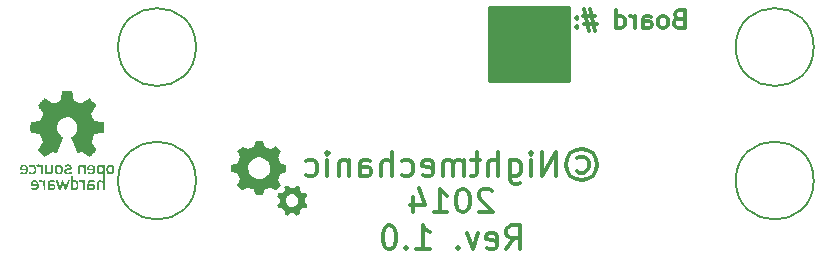
<source format=gbo>
%FSLAX34Y34*%
G04 Gerber Fmt 3.4, Leading zero omitted, Abs format*
G04 (created by PCBNEW (2014-01-19 BZR 4624)-product) date 5/23/2014 12:26:44 AM*
%MOIN*%
G01*
G70*
G90*
G04 APERTURE LIST*
%ADD10C,0.005906*%
%ADD11C,0.011811*%
%ADD12C,0.007874*%
%ADD13C,0.000100*%
%ADD14C,0.010000*%
G04 APERTURE END LIST*
G54D10*
G54D11*
X28217Y-6532D02*
X28132Y-6560D01*
X28104Y-6588D01*
X28076Y-6645D01*
X28076Y-6729D01*
X28104Y-6785D01*
X28132Y-6813D01*
X28188Y-6841D01*
X28413Y-6841D01*
X28413Y-6251D01*
X28217Y-6251D01*
X28160Y-6279D01*
X28132Y-6307D01*
X28104Y-6363D01*
X28104Y-6420D01*
X28132Y-6476D01*
X28160Y-6504D01*
X28217Y-6532D01*
X28413Y-6532D01*
X27739Y-6841D02*
X27795Y-6813D01*
X27823Y-6785D01*
X27851Y-6729D01*
X27851Y-6560D01*
X27823Y-6504D01*
X27795Y-6476D01*
X27739Y-6448D01*
X27654Y-6448D01*
X27598Y-6476D01*
X27570Y-6504D01*
X27542Y-6560D01*
X27542Y-6729D01*
X27570Y-6785D01*
X27598Y-6813D01*
X27654Y-6841D01*
X27739Y-6841D01*
X27035Y-6841D02*
X27035Y-6532D01*
X27064Y-6476D01*
X27120Y-6448D01*
X27232Y-6448D01*
X27289Y-6476D01*
X27035Y-6813D02*
X27092Y-6841D01*
X27232Y-6841D01*
X27289Y-6813D01*
X27317Y-6757D01*
X27317Y-6701D01*
X27289Y-6645D01*
X27232Y-6616D01*
X27092Y-6616D01*
X27035Y-6588D01*
X26754Y-6841D02*
X26754Y-6448D01*
X26754Y-6560D02*
X26726Y-6504D01*
X26698Y-6476D01*
X26642Y-6448D01*
X26586Y-6448D01*
X26136Y-6841D02*
X26136Y-6251D01*
X26136Y-6813D02*
X26192Y-6841D01*
X26304Y-6841D01*
X26361Y-6813D01*
X26389Y-6785D01*
X26417Y-6729D01*
X26417Y-6560D01*
X26389Y-6504D01*
X26361Y-6476D01*
X26304Y-6448D01*
X26192Y-6448D01*
X26136Y-6476D01*
X25433Y-6448D02*
X25011Y-6448D01*
X25264Y-6195D02*
X25433Y-6954D01*
X25067Y-6701D02*
X25489Y-6701D01*
X25236Y-6954D02*
X25067Y-6195D01*
X24814Y-6785D02*
X24786Y-6813D01*
X24814Y-6841D01*
X24842Y-6813D01*
X24814Y-6785D01*
X24814Y-6841D01*
X24814Y-6476D02*
X24786Y-6504D01*
X24814Y-6532D01*
X24842Y-6504D01*
X24814Y-6476D01*
X24814Y-6532D01*
X24830Y-11173D02*
X24905Y-11136D01*
X25055Y-11136D01*
X25130Y-11173D01*
X25205Y-11248D01*
X25242Y-11323D01*
X25242Y-11473D01*
X25205Y-11548D01*
X25130Y-11623D01*
X25055Y-11661D01*
X24905Y-11661D01*
X24830Y-11623D01*
X24980Y-10873D02*
X25167Y-10911D01*
X25355Y-11023D01*
X25467Y-11211D01*
X25505Y-11398D01*
X25467Y-11586D01*
X25355Y-11773D01*
X25167Y-11886D01*
X24980Y-11923D01*
X24792Y-11886D01*
X24605Y-11773D01*
X24492Y-11586D01*
X24455Y-11398D01*
X24492Y-11211D01*
X24605Y-11023D01*
X24792Y-10911D01*
X24980Y-10873D01*
X24117Y-11773D02*
X24117Y-10986D01*
X23667Y-11773D01*
X23667Y-10986D01*
X23293Y-11773D02*
X23293Y-11248D01*
X23293Y-10986D02*
X23330Y-11023D01*
X23293Y-11061D01*
X23255Y-11023D01*
X23293Y-10986D01*
X23293Y-11061D01*
X22580Y-11248D02*
X22580Y-11886D01*
X22618Y-11961D01*
X22655Y-11998D01*
X22730Y-12035D01*
X22843Y-12035D01*
X22918Y-11998D01*
X22580Y-11736D02*
X22655Y-11773D01*
X22805Y-11773D01*
X22880Y-11736D01*
X22918Y-11698D01*
X22955Y-11623D01*
X22955Y-11398D01*
X22918Y-11323D01*
X22880Y-11286D01*
X22805Y-11248D01*
X22655Y-11248D01*
X22580Y-11286D01*
X22205Y-11773D02*
X22205Y-10986D01*
X21868Y-11773D02*
X21868Y-11361D01*
X21905Y-11286D01*
X21980Y-11248D01*
X22093Y-11248D01*
X22168Y-11286D01*
X22205Y-11323D01*
X21605Y-11248D02*
X21305Y-11248D01*
X21493Y-10986D02*
X21493Y-11661D01*
X21455Y-11736D01*
X21380Y-11773D01*
X21305Y-11773D01*
X21043Y-11773D02*
X21043Y-11248D01*
X21043Y-11323D02*
X21005Y-11286D01*
X20930Y-11248D01*
X20818Y-11248D01*
X20743Y-11286D01*
X20705Y-11361D01*
X20705Y-11773D01*
X20705Y-11361D02*
X20668Y-11286D01*
X20593Y-11248D01*
X20480Y-11248D01*
X20405Y-11286D01*
X20368Y-11361D01*
X20368Y-11773D01*
X19693Y-11736D02*
X19768Y-11773D01*
X19918Y-11773D01*
X19993Y-11736D01*
X20030Y-11661D01*
X20030Y-11361D01*
X19993Y-11286D01*
X19918Y-11248D01*
X19768Y-11248D01*
X19693Y-11286D01*
X19655Y-11361D01*
X19655Y-11436D01*
X20030Y-11511D01*
X18981Y-11736D02*
X19056Y-11773D01*
X19206Y-11773D01*
X19281Y-11736D01*
X19318Y-11698D01*
X19356Y-11623D01*
X19356Y-11398D01*
X19318Y-11323D01*
X19281Y-11286D01*
X19206Y-11248D01*
X19056Y-11248D01*
X18981Y-11286D01*
X18643Y-11773D02*
X18643Y-10986D01*
X18306Y-11773D02*
X18306Y-11361D01*
X18343Y-11286D01*
X18418Y-11248D01*
X18531Y-11248D01*
X18606Y-11286D01*
X18643Y-11323D01*
X17593Y-11773D02*
X17593Y-11361D01*
X17631Y-11286D01*
X17706Y-11248D01*
X17856Y-11248D01*
X17931Y-11286D01*
X17593Y-11736D02*
X17668Y-11773D01*
X17856Y-11773D01*
X17931Y-11736D01*
X17968Y-11661D01*
X17968Y-11586D01*
X17931Y-11511D01*
X17856Y-11473D01*
X17668Y-11473D01*
X17593Y-11436D01*
X17218Y-11248D02*
X17218Y-11773D01*
X17218Y-11323D02*
X17181Y-11286D01*
X17106Y-11248D01*
X16993Y-11248D01*
X16918Y-11286D01*
X16881Y-11361D01*
X16881Y-11773D01*
X16506Y-11773D02*
X16506Y-11248D01*
X16506Y-10986D02*
X16543Y-11023D01*
X16506Y-11061D01*
X16468Y-11023D01*
X16506Y-10986D01*
X16506Y-11061D01*
X15793Y-11736D02*
X15868Y-11773D01*
X16018Y-11773D01*
X16093Y-11736D01*
X16131Y-11698D01*
X16168Y-11623D01*
X16168Y-11398D01*
X16131Y-11323D01*
X16093Y-11286D01*
X16018Y-11248D01*
X15868Y-11248D01*
X15793Y-11286D01*
X21999Y-12281D02*
X21961Y-12244D01*
X21886Y-12206D01*
X21699Y-12206D01*
X21624Y-12244D01*
X21586Y-12281D01*
X21549Y-12356D01*
X21549Y-12431D01*
X21586Y-12544D01*
X22036Y-12994D01*
X21549Y-12994D01*
X21062Y-12206D02*
X20987Y-12206D01*
X20912Y-12244D01*
X20874Y-12281D01*
X20837Y-12356D01*
X20799Y-12506D01*
X20799Y-12694D01*
X20837Y-12844D01*
X20874Y-12919D01*
X20912Y-12956D01*
X20987Y-12994D01*
X21062Y-12994D01*
X21137Y-12956D01*
X21174Y-12919D01*
X21212Y-12844D01*
X21249Y-12694D01*
X21249Y-12506D01*
X21212Y-12356D01*
X21174Y-12281D01*
X21137Y-12244D01*
X21062Y-12206D01*
X20049Y-12994D02*
X20499Y-12994D01*
X20274Y-12994D02*
X20274Y-12206D01*
X20349Y-12319D01*
X20424Y-12394D01*
X20499Y-12431D01*
X19374Y-12469D02*
X19374Y-12994D01*
X19562Y-12169D02*
X19749Y-12731D01*
X19262Y-12731D01*
X22468Y-14214D02*
X22730Y-13839D01*
X22918Y-14214D02*
X22918Y-13427D01*
X22618Y-13427D01*
X22543Y-13464D01*
X22505Y-13502D01*
X22468Y-13577D01*
X22468Y-13689D01*
X22505Y-13764D01*
X22543Y-13802D01*
X22618Y-13839D01*
X22918Y-13839D01*
X21830Y-14176D02*
X21905Y-14214D01*
X22055Y-14214D01*
X22130Y-14176D01*
X22168Y-14101D01*
X22168Y-13802D01*
X22130Y-13727D01*
X22055Y-13689D01*
X21905Y-13689D01*
X21830Y-13727D01*
X21793Y-13802D01*
X21793Y-13877D01*
X22168Y-13952D01*
X21530Y-13689D02*
X21343Y-14214D01*
X21155Y-13689D01*
X20855Y-14139D02*
X20818Y-14176D01*
X20855Y-14214D01*
X20893Y-14176D01*
X20855Y-14139D01*
X20855Y-14214D01*
X19468Y-14214D02*
X19918Y-14214D01*
X19693Y-14214D02*
X19693Y-13427D01*
X19768Y-13539D01*
X19843Y-13614D01*
X19918Y-13652D01*
X19131Y-14139D02*
X19093Y-14176D01*
X19131Y-14214D01*
X19168Y-14176D01*
X19131Y-14139D01*
X19131Y-14214D01*
X18606Y-13427D02*
X18531Y-13427D01*
X18456Y-13464D01*
X18418Y-13502D01*
X18381Y-13577D01*
X18343Y-13727D01*
X18343Y-13914D01*
X18381Y-14064D01*
X18418Y-14139D01*
X18456Y-14176D01*
X18531Y-14214D01*
X18606Y-14214D01*
X18681Y-14176D01*
X18718Y-14139D01*
X18756Y-14064D01*
X18793Y-13914D01*
X18793Y-13727D01*
X18756Y-13577D01*
X18718Y-13502D01*
X18681Y-13464D01*
X18606Y-13427D01*
G54D12*
X12125Y-11929D02*
G75*
G03X12125Y-11929I-1299J0D01*
G74*
G01*
X12125Y-7480D02*
G75*
G03X12125Y-7480I-1299J0D01*
G74*
G01*
X32716Y-7480D02*
G75*
G03X32716Y-7480I-1299J0D01*
G74*
G01*
X32716Y-11929D02*
G75*
G03X32716Y-11929I-1299J0D01*
G74*
G01*
G54D13*
G36*
X8509Y-12241D02*
X8540Y-12241D01*
X8571Y-12241D01*
X8571Y-12227D01*
X8571Y-12122D01*
X8571Y-12101D01*
X8617Y-12101D01*
X8646Y-12102D01*
X8667Y-12104D01*
X8682Y-12107D01*
X8693Y-12112D01*
X8701Y-12120D01*
X8704Y-12126D01*
X8709Y-12137D01*
X8709Y-12145D01*
X8706Y-12155D01*
X8706Y-12156D01*
X8695Y-12171D01*
X8686Y-12177D01*
X8673Y-12180D01*
X8656Y-12182D01*
X8637Y-12183D01*
X8618Y-12182D01*
X8603Y-12181D01*
X8595Y-12178D01*
X8584Y-12168D01*
X8576Y-12152D01*
X8571Y-12132D01*
X8571Y-12122D01*
X8571Y-12227D01*
X8571Y-12217D01*
X8572Y-12212D01*
X8572Y-12212D01*
X8576Y-12215D01*
X8583Y-12221D01*
X8587Y-12224D01*
X8599Y-12233D01*
X8615Y-12239D01*
X8626Y-12241D01*
X8641Y-12243D01*
X8652Y-12245D01*
X8662Y-12244D01*
X8674Y-12243D01*
X8683Y-12241D01*
X8710Y-12233D01*
X8734Y-12220D01*
X8748Y-12206D01*
X8761Y-12184D01*
X8768Y-12159D01*
X8768Y-12133D01*
X8762Y-12109D01*
X8750Y-12087D01*
X8732Y-12069D01*
X8725Y-12065D01*
X8717Y-12060D01*
X8710Y-12057D01*
X8701Y-12055D01*
X8690Y-12053D01*
X8675Y-12052D01*
X8653Y-12051D01*
X8639Y-12051D01*
X8573Y-12049D01*
X8571Y-12029D01*
X8572Y-12008D01*
X8577Y-11993D01*
X8588Y-11982D01*
X8604Y-11976D01*
X8627Y-11973D01*
X8640Y-11972D01*
X8658Y-11973D01*
X8670Y-11974D01*
X8680Y-11978D01*
X8688Y-11983D01*
X8696Y-11988D01*
X8703Y-11990D01*
X8709Y-11989D01*
X8718Y-11984D01*
X8730Y-11974D01*
X8734Y-11971D01*
X8754Y-11956D01*
X8740Y-11943D01*
X8726Y-11931D01*
X8712Y-11923D01*
X8694Y-11918D01*
X8679Y-11914D01*
X8648Y-11911D01*
X8617Y-11912D01*
X8588Y-11917D01*
X8562Y-11926D01*
X8541Y-11939D01*
X8532Y-11948D01*
X8526Y-11956D01*
X8521Y-11963D01*
X8517Y-11972D01*
X8514Y-11982D01*
X8512Y-11996D01*
X8510Y-12013D01*
X8509Y-12035D01*
X8509Y-12063D01*
X8509Y-12098D01*
X8509Y-12119D01*
X8509Y-12241D01*
X8509Y-12241D01*
X8509Y-12241D01*
G37*
G36*
X7950Y-12241D02*
X7981Y-12241D01*
X8012Y-12241D01*
X8012Y-12225D01*
X8013Y-12213D01*
X8016Y-12209D01*
X8016Y-12080D01*
X8016Y-12052D01*
X8018Y-12031D01*
X8022Y-12015D01*
X8027Y-12002D01*
X8036Y-11992D01*
X8039Y-11989D01*
X8056Y-11980D01*
X8076Y-11975D01*
X8097Y-11977D01*
X8117Y-11984D01*
X8128Y-11993D01*
X8136Y-12005D01*
X8141Y-12022D01*
X8144Y-12045D01*
X8145Y-12074D01*
X8145Y-12077D01*
X8144Y-12098D01*
X8143Y-12117D01*
X8142Y-12132D01*
X8140Y-12140D01*
X8132Y-12155D01*
X8120Y-12168D01*
X8109Y-12175D01*
X8094Y-12179D01*
X8075Y-12179D01*
X8057Y-12175D01*
X8046Y-12171D01*
X8034Y-12161D01*
X8025Y-12147D01*
X8019Y-12129D01*
X8016Y-12104D01*
X8016Y-12080D01*
X8016Y-12209D01*
X8016Y-12209D01*
X8022Y-12212D01*
X8026Y-12216D01*
X8040Y-12227D01*
X8060Y-12235D01*
X8083Y-12241D01*
X8106Y-12243D01*
X8123Y-12241D01*
X8149Y-12232D01*
X8172Y-12217D01*
X8190Y-12196D01*
X8203Y-12172D01*
X8203Y-12169D01*
X8206Y-12157D01*
X8207Y-12137D01*
X8208Y-12109D01*
X8208Y-12074D01*
X8208Y-12074D01*
X8208Y-12046D01*
X8208Y-12025D01*
X8207Y-12010D01*
X8206Y-11998D01*
X8204Y-11989D01*
X8202Y-11981D01*
X8199Y-11973D01*
X8183Y-11948D01*
X8163Y-11930D01*
X8137Y-11918D01*
X8113Y-11912D01*
X8087Y-11912D01*
X8062Y-11919D01*
X8037Y-11933D01*
X8025Y-11941D01*
X8017Y-11946D01*
X8014Y-11947D01*
X8013Y-11944D01*
X8013Y-11933D01*
X8012Y-11916D01*
X8012Y-11894D01*
X8012Y-11870D01*
X8012Y-11865D01*
X8012Y-11782D01*
X7981Y-11782D01*
X7950Y-11782D01*
X7950Y-12012D01*
X7950Y-12241D01*
X7950Y-12241D01*
X7950Y-12241D01*
G37*
G36*
X7180Y-12241D02*
X7213Y-12241D01*
X7246Y-12241D01*
X7246Y-12127D01*
X7246Y-12100D01*
X7300Y-12101D01*
X7322Y-12102D01*
X7339Y-12103D01*
X7350Y-12105D01*
X7357Y-12107D01*
X7363Y-12110D01*
X7365Y-12111D01*
X7377Y-12125D01*
X7381Y-12140D01*
X7379Y-12155D01*
X7370Y-12168D01*
X7358Y-12176D01*
X7344Y-12181D01*
X7324Y-12183D01*
X7303Y-12183D01*
X7284Y-12181D01*
X7269Y-12178D01*
X7258Y-12171D01*
X7251Y-12163D01*
X7247Y-12150D01*
X7246Y-12131D01*
X7246Y-12127D01*
X7246Y-12241D01*
X7246Y-12226D01*
X7247Y-12210D01*
X7254Y-12220D01*
X7264Y-12228D01*
X7276Y-12235D01*
X7276Y-12235D01*
X7291Y-12239D01*
X7311Y-12242D01*
X7331Y-12243D01*
X7348Y-12243D01*
X7377Y-12235D01*
X7403Y-12222D01*
X7422Y-12203D01*
X7434Y-12183D01*
X7439Y-12164D01*
X7441Y-12141D01*
X7438Y-12120D01*
X7434Y-12106D01*
X7424Y-12087D01*
X7409Y-12072D01*
X7389Y-12061D01*
X7380Y-12057D01*
X7371Y-12054D01*
X7361Y-12053D01*
X7348Y-12052D01*
X7330Y-12051D01*
X7307Y-12051D01*
X7246Y-12051D01*
X7246Y-12023D01*
X7247Y-12007D01*
X7248Y-11997D01*
X7252Y-11990D01*
X7257Y-11984D01*
X7262Y-11980D01*
X7268Y-11977D01*
X7277Y-11975D01*
X7290Y-11975D01*
X7309Y-11974D01*
X7310Y-11974D01*
X7330Y-11975D01*
X7343Y-11975D01*
X7352Y-11977D01*
X7358Y-11980D01*
X7363Y-11984D01*
X7371Y-11990D01*
X7376Y-11993D01*
X7376Y-11993D01*
X7381Y-11991D01*
X7390Y-11984D01*
X7401Y-11976D01*
X7411Y-11967D01*
X7419Y-11959D01*
X7422Y-11955D01*
X7422Y-11954D01*
X7419Y-11949D01*
X7410Y-11941D01*
X7398Y-11932D01*
X7385Y-11924D01*
X7372Y-11919D01*
X7369Y-11918D01*
X7353Y-11915D01*
X7333Y-11913D01*
X7309Y-11913D01*
X7285Y-11914D01*
X7264Y-11916D01*
X7248Y-11919D01*
X7247Y-11920D01*
X7222Y-11933D01*
X7203Y-11950D01*
X7192Y-11967D01*
X7189Y-11973D01*
X7187Y-11979D01*
X7185Y-11985D01*
X7184Y-11994D01*
X7183Y-12006D01*
X7182Y-12021D01*
X7182Y-12042D01*
X7181Y-12068D01*
X7181Y-12101D01*
X7181Y-12114D01*
X7180Y-12241D01*
X7180Y-12241D01*
X7180Y-12241D01*
G37*
G36*
X6613Y-12101D02*
X6679Y-12101D01*
X6679Y-12051D01*
X6679Y-12039D01*
X6682Y-12024D01*
X6690Y-12007D01*
X6701Y-11992D01*
X6712Y-11982D01*
X6726Y-11975D01*
X6743Y-11972D01*
X6748Y-11972D01*
X6772Y-11975D01*
X6790Y-11983D01*
X6803Y-11996D01*
X6809Y-12007D01*
X6814Y-12020D01*
X6817Y-12034D01*
X6819Y-12044D01*
X6818Y-12047D01*
X6813Y-12048D01*
X6801Y-12050D01*
X6783Y-12050D01*
X6760Y-12051D01*
X6747Y-12051D01*
X6679Y-12051D01*
X6679Y-12101D01*
X6717Y-12101D01*
X6749Y-12101D01*
X6775Y-12101D01*
X6793Y-12101D01*
X6806Y-12102D01*
X6815Y-12104D01*
X6819Y-12107D01*
X6820Y-12112D01*
X6819Y-12118D01*
X6817Y-12126D01*
X6816Y-12130D01*
X6806Y-12151D01*
X6791Y-12167D01*
X6771Y-12178D01*
X6749Y-12183D01*
X6724Y-12182D01*
X6700Y-12174D01*
X6687Y-12167D01*
X6666Y-12154D01*
X6644Y-12173D01*
X6622Y-12192D01*
X6640Y-12208D01*
X6665Y-12225D01*
X6695Y-12237D01*
X6728Y-12243D01*
X6760Y-12242D01*
X6768Y-12241D01*
X6800Y-12232D01*
X6828Y-12217D01*
X6850Y-12195D01*
X6866Y-12167D01*
X6877Y-12134D01*
X6882Y-12094D01*
X6882Y-12079D01*
X6879Y-12038D01*
X6871Y-12002D01*
X6857Y-11971D01*
X6837Y-11946D01*
X6813Y-11928D01*
X6802Y-11922D01*
X6778Y-11915D01*
X6750Y-11912D01*
X6722Y-11914D01*
X6697Y-11921D01*
X6694Y-11922D01*
X6666Y-11939D01*
X6644Y-11961D01*
X6628Y-11990D01*
X6618Y-12024D01*
X6613Y-12065D01*
X6613Y-12077D01*
X6613Y-12101D01*
X6613Y-12101D01*
X6613Y-12101D01*
G37*
G36*
X8819Y-12241D02*
X8850Y-12241D01*
X8880Y-12241D01*
X8882Y-12133D01*
X8882Y-12098D01*
X8883Y-12070D01*
X8884Y-12049D01*
X8885Y-12032D01*
X8888Y-12020D01*
X8891Y-12011D01*
X8895Y-12003D01*
X8900Y-11997D01*
X8907Y-11990D01*
X8907Y-11990D01*
X8924Y-11979D01*
X8944Y-11975D01*
X8964Y-11977D01*
X8983Y-11985D01*
X8999Y-11998D01*
X9006Y-12010D01*
X9008Y-12015D01*
X9010Y-12022D01*
X9012Y-12031D01*
X9012Y-12043D01*
X9013Y-12060D01*
X9013Y-12082D01*
X9014Y-12111D01*
X9014Y-12133D01*
X9014Y-12241D01*
X9047Y-12241D01*
X9080Y-12241D01*
X9080Y-11819D01*
X9080Y-11397D01*
X9047Y-11397D01*
X9014Y-11397D01*
X9014Y-11414D01*
X9014Y-11432D01*
X9002Y-11421D01*
X8981Y-11406D01*
X8955Y-11396D01*
X8927Y-11393D01*
X8898Y-11396D01*
X8892Y-11398D01*
X8875Y-11406D01*
X8857Y-11420D01*
X8841Y-11437D01*
X8830Y-11455D01*
X8829Y-11458D01*
X8826Y-11466D01*
X8824Y-11476D01*
X8823Y-11488D01*
X8822Y-11504D01*
X8821Y-11525D01*
X8821Y-11553D01*
X8821Y-11558D01*
X8821Y-11592D01*
X8822Y-11618D01*
X8824Y-11638D01*
X8827Y-11654D01*
X8832Y-11667D01*
X8839Y-11678D01*
X8848Y-11688D01*
X8856Y-11696D01*
X8881Y-11713D01*
X8883Y-11714D01*
X8883Y-11558D01*
X8884Y-11530D01*
X8887Y-11508D01*
X8891Y-11491D01*
X8898Y-11479D01*
X8908Y-11468D01*
X8911Y-11466D01*
X8928Y-11458D01*
X8948Y-11456D01*
X8968Y-11459D01*
X8986Y-11468D01*
X9000Y-11481D01*
X9004Y-11487D01*
X9008Y-11500D01*
X9010Y-11519D01*
X9012Y-11541D01*
X9012Y-11565D01*
X9011Y-11589D01*
X9009Y-11609D01*
X9006Y-11625D01*
X9004Y-11630D01*
X8992Y-11644D01*
X8975Y-11655D01*
X8956Y-11660D01*
X8936Y-11661D01*
X8917Y-11655D01*
X8911Y-11651D01*
X8900Y-11641D01*
X8892Y-11629D01*
X8887Y-11614D01*
X8885Y-11594D01*
X8884Y-11567D01*
X8883Y-11558D01*
X8883Y-11714D01*
X8907Y-11722D01*
X8935Y-11724D01*
X8963Y-11719D01*
X8989Y-11705D01*
X9000Y-11697D01*
X9014Y-11686D01*
X9014Y-11817D01*
X9014Y-11948D01*
X8998Y-11935D01*
X8972Y-11920D01*
X8945Y-11912D01*
X8917Y-11911D01*
X8890Y-11918D01*
X8864Y-11932D01*
X8852Y-11944D01*
X8843Y-11953D01*
X8836Y-11961D01*
X8831Y-11971D01*
X8826Y-11982D01*
X8823Y-11996D01*
X8821Y-12014D01*
X8820Y-12036D01*
X8819Y-12064D01*
X8819Y-12099D01*
X8819Y-12124D01*
X8819Y-12241D01*
X8819Y-12241D01*
X8819Y-12241D01*
G37*
G36*
X8217Y-11936D02*
X8220Y-11942D01*
X8228Y-11951D01*
X8236Y-11961D01*
X8246Y-11973D01*
X8254Y-11982D01*
X8258Y-11988D01*
X8259Y-11988D01*
X8262Y-11987D01*
X8271Y-11984D01*
X8273Y-11982D01*
X8286Y-11978D01*
X8301Y-11976D01*
X8307Y-11976D01*
X8326Y-11978D01*
X8342Y-11986D01*
X8356Y-12001D01*
X8359Y-12005D01*
X8361Y-12010D01*
X8364Y-12014D01*
X8365Y-12020D01*
X8366Y-12028D01*
X8367Y-12040D01*
X8368Y-12056D01*
X8368Y-12077D01*
X8368Y-12105D01*
X8368Y-12130D01*
X8368Y-12241D01*
X8401Y-12241D01*
X8434Y-12241D01*
X8434Y-12078D01*
X8434Y-11914D01*
X8401Y-11914D01*
X8368Y-11914D01*
X8368Y-11931D01*
X8368Y-11948D01*
X8352Y-11935D01*
X8333Y-11923D01*
X8310Y-11914D01*
X8287Y-11910D01*
X8283Y-11910D01*
X8269Y-11912D01*
X8252Y-11916D01*
X8235Y-11922D01*
X8223Y-11928D01*
X8221Y-11929D01*
X8218Y-11932D01*
X8217Y-11936D01*
X8217Y-11936D01*
X8217Y-11936D01*
G37*
G36*
X7450Y-11914D02*
X7502Y-12078D01*
X7555Y-12242D01*
X7583Y-12240D01*
X7612Y-12239D01*
X7645Y-12127D01*
X7654Y-12097D01*
X7662Y-12071D01*
X7669Y-12049D01*
X7675Y-12031D01*
X7679Y-12019D01*
X7681Y-12014D01*
X7681Y-12014D01*
X7683Y-12018D01*
X7686Y-12028D01*
X7692Y-12044D01*
X7698Y-12065D01*
X7706Y-12089D01*
X7714Y-12114D01*
X7722Y-12141D01*
X7730Y-12168D01*
X7738Y-12193D01*
X7744Y-12216D01*
X7748Y-12228D01*
X7752Y-12241D01*
X7780Y-12241D01*
X7808Y-12241D01*
X7846Y-12120D01*
X7857Y-12088D01*
X7867Y-12055D01*
X7877Y-12025D01*
X7886Y-11998D01*
X7893Y-11975D01*
X7898Y-11959D01*
X7899Y-11957D01*
X7912Y-11914D01*
X7878Y-11914D01*
X7844Y-11914D01*
X7814Y-12028D01*
X7806Y-12057D01*
X7798Y-12084D01*
X7792Y-12107D01*
X7786Y-12125D01*
X7782Y-12137D01*
X7780Y-12142D01*
X7780Y-12142D01*
X7778Y-12138D01*
X7774Y-12129D01*
X7769Y-12115D01*
X7768Y-12112D01*
X7764Y-12099D01*
X7758Y-12079D01*
X7750Y-12056D01*
X7742Y-12029D01*
X7733Y-12002D01*
X7731Y-11998D01*
X7704Y-11914D01*
X7681Y-11914D01*
X7658Y-11914D01*
X7647Y-11949D01*
X7631Y-11997D01*
X7618Y-12037D01*
X7607Y-12071D01*
X7599Y-12097D01*
X7592Y-12117D01*
X7587Y-12131D01*
X7584Y-12139D01*
X7582Y-12142D01*
X7580Y-12138D01*
X7577Y-12127D01*
X7572Y-12111D01*
X7565Y-12089D01*
X7558Y-12063D01*
X7550Y-12034D01*
X7549Y-12028D01*
X7518Y-11914D01*
X7484Y-11914D01*
X7450Y-11914D01*
X7450Y-11914D01*
X7450Y-11914D01*
G37*
G36*
X6890Y-11935D02*
X6893Y-11939D01*
X6899Y-11948D01*
X6908Y-11959D01*
X6917Y-11970D01*
X6926Y-11981D01*
X6932Y-11987D01*
X6934Y-11989D01*
X6939Y-11987D01*
X6946Y-11982D01*
X6960Y-11977D01*
X6978Y-11976D01*
X6996Y-11978D01*
X7010Y-11983D01*
X7021Y-11992D01*
X7031Y-12004D01*
X7032Y-12005D01*
X7035Y-12010D01*
X7037Y-12015D01*
X7039Y-12022D01*
X7040Y-12031D01*
X7041Y-12044D01*
X7042Y-12061D01*
X7042Y-12084D01*
X7043Y-12113D01*
X7043Y-12131D01*
X7044Y-12241D01*
X7075Y-12241D01*
X7106Y-12241D01*
X7106Y-12078D01*
X7106Y-11914D01*
X7074Y-11914D01*
X7043Y-11914D01*
X7043Y-11931D01*
X7043Y-11941D01*
X7041Y-11947D01*
X7041Y-11947D01*
X7036Y-11945D01*
X7028Y-11939D01*
X7024Y-11935D01*
X7006Y-11924D01*
X6984Y-11915D01*
X6960Y-11911D01*
X6944Y-11912D01*
X6930Y-11914D01*
X6916Y-11919D01*
X6903Y-11925D01*
X6894Y-11930D01*
X6890Y-11935D01*
X6890Y-11935D01*
X6890Y-11935D01*
G37*
G36*
X9138Y-11558D02*
X9139Y-11593D01*
X9143Y-11622D01*
X9149Y-11645D01*
X9157Y-11661D01*
X9171Y-11680D01*
X9190Y-11698D01*
X9200Y-11704D01*
X9200Y-11545D01*
X9205Y-11512D01*
X9213Y-11489D01*
X9227Y-11472D01*
X9245Y-11461D01*
X9267Y-11456D01*
X9290Y-11459D01*
X9297Y-11461D01*
X9313Y-11469D01*
X9324Y-11479D01*
X9332Y-11493D01*
X9337Y-11511D01*
X9340Y-11536D01*
X9340Y-11559D01*
X9340Y-11581D01*
X9339Y-11597D01*
X9338Y-11608D01*
X9335Y-11618D01*
X9331Y-11625D01*
X9318Y-11643D01*
X9300Y-11655D01*
X9279Y-11661D01*
X9257Y-11660D01*
X9244Y-11656D01*
X9227Y-11645D01*
X9214Y-11627D01*
X9205Y-11604D01*
X9200Y-11576D01*
X9200Y-11545D01*
X9200Y-11704D01*
X9211Y-11712D01*
X9226Y-11718D01*
X9252Y-11723D01*
X9280Y-11723D01*
X9306Y-11720D01*
X9322Y-11716D01*
X9338Y-11708D01*
X9353Y-11699D01*
X9358Y-11695D01*
X9370Y-11683D01*
X9381Y-11668D01*
X9390Y-11653D01*
X9397Y-11639D01*
X9398Y-11630D01*
X9400Y-11622D01*
X9403Y-11618D01*
X9404Y-11613D01*
X9406Y-11601D01*
X9406Y-11583D01*
X9407Y-11561D01*
X9407Y-11558D01*
X9406Y-11536D01*
X9406Y-11517D01*
X9404Y-11504D01*
X9403Y-11499D01*
X9403Y-11499D01*
X9399Y-11493D01*
X9398Y-11487D01*
X9396Y-11476D01*
X9389Y-11461D01*
X9379Y-11445D01*
X9367Y-11431D01*
X9358Y-11422D01*
X9333Y-11406D01*
X9304Y-11396D01*
X9273Y-11393D01*
X9243Y-11396D01*
X9214Y-11405D01*
X9189Y-11420D01*
X9185Y-11423D01*
X9167Y-11441D01*
X9154Y-11461D01*
X9145Y-11484D01*
X9140Y-11512D01*
X9138Y-11545D01*
X9138Y-11558D01*
X9138Y-11558D01*
X9138Y-11558D01*
G37*
G36*
X8504Y-11583D02*
X8567Y-11583D01*
X8567Y-11524D01*
X8569Y-11509D01*
X8576Y-11491D01*
X8586Y-11476D01*
X8588Y-11474D01*
X8605Y-11459D01*
X8626Y-11452D01*
X8649Y-11453D01*
X8668Y-11459D01*
X8686Y-11473D01*
X8699Y-11492D01*
X8706Y-11512D01*
X8708Y-11530D01*
X8637Y-11530D01*
X8610Y-11529D01*
X8590Y-11529D01*
X8577Y-11528D01*
X8569Y-11527D01*
X8567Y-11525D01*
X8567Y-11524D01*
X8567Y-11583D01*
X8606Y-11583D01*
X8707Y-11583D01*
X8707Y-11595D01*
X8704Y-11610D01*
X8696Y-11627D01*
X8686Y-11642D01*
X8675Y-11652D01*
X8654Y-11661D01*
X8631Y-11665D01*
X8606Y-11662D01*
X8583Y-11654D01*
X8568Y-11644D01*
X8556Y-11634D01*
X8533Y-11654D01*
X8511Y-11674D01*
X8521Y-11684D01*
X8530Y-11692D01*
X8543Y-11701D01*
X8558Y-11709D01*
X8573Y-11715D01*
X8585Y-11720D01*
X8599Y-11722D01*
X8618Y-11723D01*
X8622Y-11723D01*
X8646Y-11723D01*
X8667Y-11721D01*
X8677Y-11718D01*
X8707Y-11705D01*
X8730Y-11686D01*
X8748Y-11662D01*
X8761Y-11632D01*
X8768Y-11596D01*
X8770Y-11560D01*
X8767Y-11518D01*
X8759Y-11482D01*
X8746Y-11452D01*
X8727Y-11428D01*
X8702Y-11409D01*
X8699Y-11408D01*
X8683Y-11400D01*
X8667Y-11396D01*
X8647Y-11394D01*
X8645Y-11394D01*
X8613Y-11395D01*
X8585Y-11403D01*
X8559Y-11418D01*
X8543Y-11432D01*
X8527Y-11451D01*
X8515Y-11471D01*
X8508Y-11494D01*
X8505Y-11522D01*
X8504Y-11542D01*
X8504Y-11583D01*
X8504Y-11583D01*
X8504Y-11583D01*
G37*
G36*
X7727Y-11629D02*
X7731Y-11653D01*
X7741Y-11674D01*
X7755Y-11692D01*
X7757Y-11693D01*
X7778Y-11707D01*
X7800Y-11716D01*
X7826Y-11721D01*
X7853Y-11723D01*
X7876Y-11723D01*
X7893Y-11722D01*
X7908Y-11719D01*
X7917Y-11716D01*
X7953Y-11702D01*
X7983Y-11684D01*
X7988Y-11680D01*
X8003Y-11667D01*
X7981Y-11645D01*
X7958Y-11623D01*
X7949Y-11631D01*
X7928Y-11646D01*
X7904Y-11657D01*
X7879Y-11663D01*
X7854Y-11665D01*
X7831Y-11662D01*
X7812Y-11655D01*
X7799Y-11644D01*
X7791Y-11630D01*
X7790Y-11616D01*
X7797Y-11604D01*
X7809Y-11595D01*
X7827Y-11590D01*
X7839Y-11588D01*
X7857Y-11586D01*
X7876Y-11584D01*
X7881Y-11584D01*
X7914Y-11577D01*
X7941Y-11566D01*
X7961Y-11550D01*
X7975Y-11529D01*
X7981Y-11505D01*
X7980Y-11477D01*
X7979Y-11469D01*
X7970Y-11446D01*
X7954Y-11425D01*
X7934Y-11409D01*
X7912Y-11399D01*
X7877Y-11393D01*
X7840Y-11393D01*
X7803Y-11400D01*
X7769Y-11414D01*
X7746Y-11427D01*
X7741Y-11431D01*
X7738Y-11434D01*
X7738Y-11438D01*
X7742Y-11445D01*
X7751Y-11455D01*
X7760Y-11467D01*
X7772Y-11480D01*
X7797Y-11468D01*
X7821Y-11458D01*
X7845Y-11453D01*
X7867Y-11452D01*
X7886Y-11455D01*
X7902Y-11462D01*
X7912Y-11473D01*
X7916Y-11487D01*
X7916Y-11491D01*
X7914Y-11502D01*
X7909Y-11510D01*
X7900Y-11516D01*
X7886Y-11520D01*
X7867Y-11524D01*
X7842Y-11527D01*
X7813Y-11530D01*
X7791Y-11535D01*
X7775Y-11540D01*
X7761Y-11548D01*
X7750Y-11558D01*
X7747Y-11561D01*
X7735Y-11581D01*
X7728Y-11604D01*
X7727Y-11629D01*
X7727Y-11629D01*
X7727Y-11629D01*
G37*
G36*
X7418Y-11548D02*
X7419Y-11580D01*
X7422Y-11611D01*
X7428Y-11638D01*
X7435Y-11656D01*
X7451Y-11681D01*
X7473Y-11700D01*
X7482Y-11705D01*
X7482Y-11559D01*
X7483Y-11529D01*
X7486Y-11506D01*
X7492Y-11489D01*
X7501Y-11476D01*
X7513Y-11467D01*
X7526Y-11461D01*
X7550Y-11456D01*
X7571Y-11458D01*
X7590Y-11468D01*
X7606Y-11484D01*
X7616Y-11505D01*
X7619Y-11515D01*
X7621Y-11533D01*
X7622Y-11555D01*
X7621Y-11577D01*
X7619Y-11598D01*
X7616Y-11615D01*
X7613Y-11623D01*
X7599Y-11643D01*
X7581Y-11656D01*
X7559Y-11661D01*
X7537Y-11659D01*
X7519Y-11653D01*
X7505Y-11644D01*
X7495Y-11632D01*
X7488Y-11617D01*
X7484Y-11597D01*
X7482Y-11570D01*
X7482Y-11559D01*
X7482Y-11705D01*
X7500Y-11714D01*
X7529Y-11722D01*
X7561Y-11724D01*
X7593Y-11719D01*
X7599Y-11718D01*
X7615Y-11710D01*
X7634Y-11697D01*
X7651Y-11681D01*
X7664Y-11665D01*
X7668Y-11658D01*
X7677Y-11634D01*
X7683Y-11605D01*
X7685Y-11568D01*
X7685Y-11558D01*
X7684Y-11522D01*
X7679Y-11493D01*
X7672Y-11468D01*
X7660Y-11447D01*
X7644Y-11429D01*
X7638Y-11423D01*
X7613Y-11406D01*
X7585Y-11396D01*
X7555Y-11393D01*
X7524Y-11395D01*
X7496Y-11404D01*
X7470Y-11419D01*
X7458Y-11429D01*
X7447Y-11442D01*
X7437Y-11457D01*
X7432Y-11466D01*
X7425Y-11489D01*
X7420Y-11517D01*
X7418Y-11548D01*
X7418Y-11548D01*
X7418Y-11548D01*
G37*
G36*
X7097Y-11720D02*
X7130Y-11720D01*
X7164Y-11720D01*
X7164Y-11703D01*
X7164Y-11685D01*
X7175Y-11696D01*
X7197Y-11712D01*
X7223Y-11721D01*
X7250Y-11724D01*
X7278Y-11720D01*
X7294Y-11714D01*
X7318Y-11700D01*
X7337Y-11680D01*
X7347Y-11664D01*
X7350Y-11659D01*
X7352Y-11654D01*
X7353Y-11647D01*
X7354Y-11638D01*
X7355Y-11626D01*
X7356Y-11609D01*
X7356Y-11588D01*
X7357Y-11560D01*
X7357Y-11525D01*
X7357Y-11522D01*
X7358Y-11397D01*
X7327Y-11397D01*
X7296Y-11397D01*
X7295Y-11506D01*
X7295Y-11539D01*
X7294Y-11565D01*
X7294Y-11585D01*
X7293Y-11599D01*
X7292Y-11610D01*
X7290Y-11617D01*
X7288Y-11623D01*
X7286Y-11628D01*
X7286Y-11628D01*
X7271Y-11646D01*
X7253Y-11657D01*
X7237Y-11661D01*
X7214Y-11660D01*
X7194Y-11652D01*
X7179Y-11638D01*
X7172Y-11627D01*
X7169Y-11621D01*
X7167Y-11615D01*
X7166Y-11607D01*
X7165Y-11597D01*
X7164Y-11583D01*
X7164Y-11564D01*
X7164Y-11539D01*
X7164Y-11506D01*
X7164Y-11503D01*
X7164Y-11397D01*
X7130Y-11397D01*
X7097Y-11397D01*
X7097Y-11558D01*
X7097Y-11720D01*
X7097Y-11720D01*
X7097Y-11720D01*
G37*
G36*
X6547Y-11449D02*
X6570Y-11469D01*
X6592Y-11488D01*
X6611Y-11474D01*
X6633Y-11462D01*
X6657Y-11456D01*
X6680Y-11457D01*
X6702Y-11465D01*
X6721Y-11479D01*
X6726Y-11485D01*
X6737Y-11505D01*
X6743Y-11529D01*
X6745Y-11558D01*
X6743Y-11589D01*
X6737Y-11613D01*
X6726Y-11632D01*
X6709Y-11648D01*
X6688Y-11658D01*
X6665Y-11661D01*
X6641Y-11658D01*
X6618Y-11648D01*
X6611Y-11643D01*
X6592Y-11628D01*
X6570Y-11648D01*
X6560Y-11658D01*
X6552Y-11666D01*
X6548Y-11670D01*
X6550Y-11674D01*
X6558Y-11682D01*
X6570Y-11690D01*
X6583Y-11700D01*
X6596Y-11708D01*
X6608Y-11714D01*
X6610Y-11715D01*
X6635Y-11721D01*
X6664Y-11724D01*
X6693Y-11722D01*
X6716Y-11716D01*
X6746Y-11701D01*
X6770Y-11680D01*
X6788Y-11654D01*
X6801Y-11621D01*
X6807Y-11584D01*
X6808Y-11562D01*
X6807Y-11524D01*
X6800Y-11491D01*
X6788Y-11463D01*
X6771Y-11439D01*
X6764Y-11432D01*
X6746Y-11416D01*
X6727Y-11405D01*
X6706Y-11399D01*
X6680Y-11396D01*
X6665Y-11395D01*
X6645Y-11395D01*
X6630Y-11396D01*
X6619Y-11399D01*
X6608Y-11403D01*
X6601Y-11406D01*
X6585Y-11415D01*
X6570Y-11427D01*
X6562Y-11433D01*
X6547Y-11449D01*
X6547Y-11449D01*
X6547Y-11449D01*
G37*
G36*
X6256Y-11583D02*
X6322Y-11583D01*
X6322Y-11530D01*
X6324Y-11513D01*
X6331Y-11491D01*
X6343Y-11473D01*
X6360Y-11460D01*
X6380Y-11453D01*
X6401Y-11452D01*
X6421Y-11458D01*
X6434Y-11466D01*
X6447Y-11480D01*
X6457Y-11498D01*
X6462Y-11516D01*
X6465Y-11530D01*
X6393Y-11530D01*
X6322Y-11530D01*
X6322Y-11583D01*
X6360Y-11583D01*
X6464Y-11583D01*
X6462Y-11599D01*
X6454Y-11623D01*
X6440Y-11643D01*
X6422Y-11656D01*
X6401Y-11664D01*
X6377Y-11665D01*
X6353Y-11659D01*
X6329Y-11647D01*
X6320Y-11641D01*
X6313Y-11639D01*
X6306Y-11641D01*
X6297Y-11647D01*
X6283Y-11658D01*
X6281Y-11659D01*
X6266Y-11672D01*
X6275Y-11682D01*
X6292Y-11697D01*
X6314Y-11710D01*
X6335Y-11718D01*
X6352Y-11721D01*
X6373Y-11723D01*
X6396Y-11723D01*
X6416Y-11722D01*
X6425Y-11720D01*
X6453Y-11709D01*
X6479Y-11692D01*
X6499Y-11669D01*
X6506Y-11656D01*
X6517Y-11629D01*
X6523Y-11597D01*
X6525Y-11562D01*
X6524Y-11527D01*
X6518Y-11494D01*
X6508Y-11465D01*
X6506Y-11461D01*
X6491Y-11439D01*
X6471Y-11420D01*
X6448Y-11405D01*
X6439Y-11401D01*
X6424Y-11396D01*
X6408Y-11394D01*
X6388Y-11394D01*
X6385Y-11394D01*
X6354Y-11398D01*
X6329Y-11408D01*
X6306Y-11423D01*
X6297Y-11432D01*
X6282Y-11451D01*
X6271Y-11472D01*
X6263Y-11498D01*
X6259Y-11529D01*
X6258Y-11541D01*
X6256Y-11583D01*
X6256Y-11583D01*
X6256Y-11583D01*
G37*
G36*
X8185Y-11720D02*
X8217Y-11720D01*
X8248Y-11720D01*
X8248Y-11615D01*
X8248Y-11583D01*
X8248Y-11558D01*
X8248Y-11539D01*
X8249Y-11525D01*
X8250Y-11514D01*
X8252Y-11506D01*
X8254Y-11500D01*
X8256Y-11494D01*
X8257Y-11492D01*
X8269Y-11474D01*
X8283Y-11463D01*
X8301Y-11458D01*
X8314Y-11457D01*
X8335Y-11459D01*
X8351Y-11466D01*
X8365Y-11480D01*
X8370Y-11486D01*
X8372Y-11489D01*
X8374Y-11494D01*
X8376Y-11500D01*
X8377Y-11509D01*
X8378Y-11522D01*
X8378Y-11540D01*
X8379Y-11563D01*
X8379Y-11593D01*
X8379Y-11608D01*
X8381Y-11720D01*
X8414Y-11720D01*
X8446Y-11720D01*
X8446Y-11558D01*
X8446Y-11397D01*
X8413Y-11397D01*
X8380Y-11397D01*
X8380Y-11414D01*
X8380Y-11431D01*
X8366Y-11419D01*
X8343Y-11403D01*
X8317Y-11395D01*
X8287Y-11394D01*
X8286Y-11394D01*
X8261Y-11397D01*
X8242Y-11405D01*
X8224Y-11417D01*
X8218Y-11423D01*
X8210Y-11432D01*
X8203Y-11439D01*
X8198Y-11447D01*
X8194Y-11456D01*
X8192Y-11468D01*
X8190Y-11483D01*
X8188Y-11503D01*
X8187Y-11528D01*
X8187Y-11559D01*
X8187Y-11595D01*
X8185Y-11720D01*
X8185Y-11720D01*
X8185Y-11720D01*
G37*
G36*
X6806Y-11417D02*
X6828Y-11444D01*
X6851Y-11471D01*
X6867Y-11462D01*
X6888Y-11456D01*
X6910Y-11457D01*
X6930Y-11466D01*
X6947Y-11482D01*
X6950Y-11486D01*
X6953Y-11489D01*
X6955Y-11494D01*
X6956Y-11500D01*
X6957Y-11509D01*
X6958Y-11522D01*
X6959Y-11540D01*
X6959Y-11563D01*
X6960Y-11593D01*
X6960Y-11608D01*
X6961Y-11720D01*
X6992Y-11720D01*
X7023Y-11720D01*
X7023Y-11558D01*
X7023Y-11397D01*
X6992Y-11397D01*
X6961Y-11397D01*
X6961Y-11414D01*
X6961Y-11430D01*
X6942Y-11416D01*
X6928Y-11407D01*
X6914Y-11400D01*
X6908Y-11397D01*
X6885Y-11393D01*
X6860Y-11394D01*
X6838Y-11398D01*
X6820Y-11406D01*
X6815Y-11409D01*
X6806Y-11417D01*
X6806Y-11417D01*
X6806Y-11417D01*
G37*
G36*
X6608Y-10176D02*
X6609Y-10207D01*
X6609Y-10237D01*
X6610Y-10265D01*
X6610Y-10288D01*
X6611Y-10307D01*
X6613Y-10319D01*
X6614Y-10324D01*
X6619Y-10326D01*
X6632Y-10329D01*
X6650Y-10333D01*
X6674Y-10338D01*
X6702Y-10343D01*
X6734Y-10350D01*
X6768Y-10356D01*
X6810Y-10364D01*
X6845Y-10371D01*
X6875Y-10377D01*
X6898Y-10382D01*
X6914Y-10386D01*
X6923Y-10389D01*
X6924Y-10390D01*
X6928Y-10396D01*
X6934Y-10408D01*
X6942Y-10426D01*
X6952Y-10448D01*
X6962Y-10473D01*
X6973Y-10500D01*
X6984Y-10527D01*
X6994Y-10554D01*
X7004Y-10580D01*
X7012Y-10603D01*
X7018Y-10622D01*
X7023Y-10636D01*
X7024Y-10644D01*
X7024Y-10645D01*
X7021Y-10650D01*
X7014Y-10662D01*
X7004Y-10678D01*
X6990Y-10699D01*
X6974Y-10723D01*
X6956Y-10750D01*
X6942Y-10770D01*
X6919Y-10803D01*
X6900Y-10831D01*
X6886Y-10853D01*
X6874Y-10870D01*
X6866Y-10883D01*
X6860Y-10892D01*
X6857Y-10899D01*
X6855Y-10904D01*
X6855Y-10907D01*
X6856Y-10909D01*
X6857Y-10912D01*
X6861Y-10916D01*
X6870Y-10926D01*
X6883Y-10940D01*
X6900Y-10958D01*
X6921Y-10979D01*
X6944Y-11002D01*
X6969Y-11027D01*
X6970Y-11028D01*
X6999Y-11057D01*
X7023Y-11080D01*
X7042Y-11099D01*
X7057Y-11113D01*
X7068Y-11123D01*
X7077Y-11130D01*
X7083Y-11134D01*
X7087Y-11135D01*
X7090Y-11135D01*
X7095Y-11133D01*
X7107Y-11126D01*
X7123Y-11115D01*
X7144Y-11102D01*
X7168Y-11086D01*
X7195Y-11068D01*
X7215Y-11054D01*
X7243Y-11035D01*
X7269Y-11017D01*
X7292Y-11001D01*
X7312Y-10988D01*
X7327Y-10978D01*
X7337Y-10972D01*
X7340Y-10970D01*
X7345Y-10970D01*
X7351Y-10970D01*
X7359Y-10973D01*
X7370Y-10978D01*
X7386Y-10986D01*
X7407Y-10997D01*
X7434Y-11011D01*
X7446Y-11018D01*
X7459Y-11024D01*
X7467Y-11027D01*
X7472Y-11027D01*
X7475Y-11024D01*
X7478Y-11020D01*
X7483Y-11009D01*
X7490Y-10991D01*
X7500Y-10968D01*
X7512Y-10941D01*
X7525Y-10909D01*
X7539Y-10875D01*
X7555Y-10838D01*
X7571Y-10800D01*
X7587Y-10761D01*
X7604Y-10722D01*
X7619Y-10683D01*
X7635Y-10646D01*
X7649Y-10612D01*
X7662Y-10580D01*
X7673Y-10552D01*
X7683Y-10529D01*
X7690Y-10511D01*
X7695Y-10499D01*
X7696Y-10494D01*
X7695Y-10489D01*
X7688Y-10481D01*
X7674Y-10470D01*
X7662Y-10461D01*
X7619Y-10428D01*
X7583Y-10394D01*
X7554Y-10359D01*
X7530Y-10322D01*
X7511Y-10281D01*
X7503Y-10256D01*
X7496Y-10228D01*
X7492Y-10194D01*
X7491Y-10158D01*
X7492Y-10123D01*
X7497Y-10090D01*
X7498Y-10083D01*
X7514Y-10033D01*
X7537Y-9986D01*
X7567Y-9944D01*
X7603Y-9907D01*
X7644Y-9875D01*
X7679Y-9855D01*
X7716Y-9839D01*
X7750Y-9828D01*
X7786Y-9822D01*
X7826Y-9819D01*
X7832Y-9819D01*
X7872Y-9821D01*
X7909Y-9827D01*
X7943Y-9837D01*
X7980Y-9852D01*
X7985Y-9855D01*
X8031Y-9882D01*
X8071Y-9915D01*
X8105Y-9954D01*
X8133Y-9999D01*
X8156Y-10050D01*
X8158Y-10056D01*
X8163Y-10070D01*
X8167Y-10081D01*
X8169Y-10093D01*
X8170Y-10106D01*
X8171Y-10123D01*
X8171Y-10145D01*
X8171Y-10158D01*
X8171Y-10185D01*
X8170Y-10207D01*
X8169Y-10223D01*
X8167Y-10237D01*
X8164Y-10249D01*
X8147Y-10294D01*
X8126Y-10334D01*
X8100Y-10372D01*
X8068Y-10407D01*
X8029Y-10441D01*
X8002Y-10461D01*
X7984Y-10474D01*
X7973Y-10484D01*
X7968Y-10491D01*
X7967Y-10494D01*
X7970Y-10500D01*
X7975Y-10514D01*
X7982Y-10533D01*
X7992Y-10557D01*
X8004Y-10585D01*
X8017Y-10617D01*
X8032Y-10652D01*
X8047Y-10690D01*
X8063Y-10728D01*
X8079Y-10767D01*
X8096Y-10806D01*
X8112Y-10845D01*
X8127Y-10881D01*
X8141Y-10915D01*
X8154Y-10946D01*
X8166Y-10972D01*
X8175Y-10994D01*
X8182Y-11011D01*
X8187Y-11021D01*
X8188Y-11024D01*
X8192Y-11027D01*
X8198Y-11027D01*
X8207Y-11023D01*
X8218Y-11018D01*
X8247Y-11002D01*
X8270Y-10990D01*
X8288Y-10981D01*
X8301Y-10975D01*
X8311Y-10971D01*
X8317Y-10970D01*
X8322Y-10970D01*
X8323Y-10970D01*
X8329Y-10974D01*
X8340Y-10981D01*
X8357Y-10992D01*
X8378Y-11005D01*
X8402Y-11022D01*
X8428Y-11040D01*
X8449Y-11054D01*
X8476Y-11073D01*
X8502Y-11090D01*
X8526Y-11106D01*
X8546Y-11118D01*
X8561Y-11128D01*
X8571Y-11134D01*
X8575Y-11135D01*
X8578Y-11135D01*
X8583Y-11133D01*
X8589Y-11128D01*
X8598Y-11121D01*
X8610Y-11110D01*
X8625Y-11096D01*
X8644Y-11077D01*
X8668Y-11053D01*
X8697Y-11024D01*
X8698Y-11024D01*
X8723Y-10998D01*
X8746Y-10975D01*
X8767Y-10954D01*
X8784Y-10936D01*
X8798Y-10921D01*
X8807Y-10911D01*
X8811Y-10906D01*
X8811Y-10906D01*
X8810Y-10904D01*
X8808Y-10899D01*
X8804Y-10892D01*
X8798Y-10883D01*
X8789Y-10869D01*
X8778Y-10852D01*
X8762Y-10829D01*
X8743Y-10801D01*
X8720Y-10767D01*
X8715Y-10759D01*
X8697Y-10733D01*
X8680Y-10708D01*
X8665Y-10686D01*
X8653Y-10668D01*
X8645Y-10655D01*
X8640Y-10647D01*
X8639Y-10645D01*
X8640Y-10639D01*
X8644Y-10627D01*
X8650Y-10609D01*
X8658Y-10587D01*
X8667Y-10562D01*
X8677Y-10535D01*
X8688Y-10508D01*
X8699Y-10480D01*
X8709Y-10455D01*
X8719Y-10432D01*
X8727Y-10413D01*
X8734Y-10399D01*
X8739Y-10391D01*
X8740Y-10390D01*
X8746Y-10387D01*
X8759Y-10384D01*
X8780Y-10379D01*
X8808Y-10373D01*
X8842Y-10366D01*
X8882Y-10359D01*
X8896Y-10356D01*
X8930Y-10350D01*
X8962Y-10344D01*
X8990Y-10338D01*
X9014Y-10333D01*
X9032Y-10329D01*
X9045Y-10326D01*
X9050Y-10324D01*
X9051Y-10319D01*
X9053Y-10307D01*
X9054Y-10288D01*
X9054Y-10265D01*
X9055Y-10237D01*
X9055Y-10207D01*
X9056Y-10175D01*
X9055Y-10143D01*
X9055Y-10111D01*
X9055Y-10081D01*
X9054Y-10054D01*
X9053Y-10031D01*
X9052Y-10012D01*
X9051Y-10000D01*
X9049Y-9994D01*
X9044Y-9993D01*
X9032Y-9990D01*
X9013Y-9985D01*
X8989Y-9980D01*
X8961Y-9975D01*
X8929Y-9969D01*
X8897Y-9963D01*
X8863Y-9956D01*
X8831Y-9950D01*
X8802Y-9945D01*
X8778Y-9940D01*
X8758Y-9936D01*
X8745Y-9933D01*
X8740Y-9931D01*
X8736Y-9930D01*
X8733Y-9928D01*
X8730Y-9925D01*
X8727Y-9920D01*
X8722Y-9912D01*
X8717Y-9901D01*
X8710Y-9886D01*
X8701Y-9865D01*
X8689Y-9839D01*
X8675Y-9806D01*
X8670Y-9793D01*
X8657Y-9762D01*
X8647Y-9738D01*
X8639Y-9720D01*
X8635Y-9706D01*
X8632Y-9696D01*
X8631Y-9690D01*
X8631Y-9685D01*
X8632Y-9684D01*
X8635Y-9678D01*
X8642Y-9666D01*
X8653Y-9649D01*
X8667Y-9628D01*
X8684Y-9604D01*
X8702Y-9577D01*
X8719Y-9552D01*
X8742Y-9518D01*
X8761Y-9491D01*
X8777Y-9468D01*
X8788Y-9451D01*
X8797Y-9437D01*
X8803Y-9428D01*
X8807Y-9421D01*
X8810Y-9416D01*
X8811Y-9413D01*
X8811Y-9412D01*
X8808Y-9408D01*
X8800Y-9400D01*
X8787Y-9386D01*
X8771Y-9369D01*
X8751Y-9349D01*
X8728Y-9326D01*
X8703Y-9301D01*
X8698Y-9296D01*
X8665Y-9262D01*
X8636Y-9235D01*
X8614Y-9213D01*
X8597Y-9198D01*
X8585Y-9188D01*
X8578Y-9183D01*
X8577Y-9183D01*
X8571Y-9185D01*
X8560Y-9192D01*
X8544Y-9202D01*
X8523Y-9215D01*
X8498Y-9231D01*
X8471Y-9249D01*
X8442Y-9269D01*
X8438Y-9272D01*
X8409Y-9292D01*
X8381Y-9311D01*
X8356Y-9327D01*
X8335Y-9341D01*
X8318Y-9352D01*
X8306Y-9360D01*
X8299Y-9363D01*
X8299Y-9363D01*
X8293Y-9362D01*
X8281Y-9359D01*
X8263Y-9352D01*
X8242Y-9345D01*
X8218Y-9335D01*
X8192Y-9325D01*
X8166Y-9315D01*
X8140Y-9304D01*
X8117Y-9294D01*
X8096Y-9286D01*
X8081Y-9278D01*
X8070Y-9273D01*
X8067Y-9271D01*
X8062Y-9262D01*
X8059Y-9256D01*
X8058Y-9250D01*
X8056Y-9237D01*
X8052Y-9218D01*
X8047Y-9195D01*
X8042Y-9168D01*
X8036Y-9138D01*
X8030Y-9107D01*
X8024Y-9076D01*
X8019Y-9045D01*
X8013Y-9016D01*
X8008Y-8990D01*
X8004Y-8969D01*
X8001Y-8952D01*
X7999Y-8942D01*
X7999Y-8940D01*
X7997Y-8938D01*
X7991Y-8937D01*
X7981Y-8936D01*
X7966Y-8936D01*
X7945Y-8935D01*
X7918Y-8935D01*
X7884Y-8935D01*
X7843Y-8935D01*
X7832Y-8935D01*
X7789Y-8935D01*
X7753Y-8935D01*
X7724Y-8935D01*
X7702Y-8936D01*
X7686Y-8936D01*
X7674Y-8937D01*
X7668Y-8938D01*
X7665Y-8939D01*
X7665Y-8940D01*
X7664Y-8948D01*
X7661Y-8963D01*
X7657Y-8984D01*
X7653Y-9009D01*
X7647Y-9037D01*
X7641Y-9068D01*
X7635Y-9099D01*
X7629Y-9131D01*
X7623Y-9162D01*
X7617Y-9190D01*
X7612Y-9215D01*
X7608Y-9236D01*
X7604Y-9252D01*
X7602Y-9261D01*
X7602Y-9262D01*
X7601Y-9265D01*
X7599Y-9268D01*
X7597Y-9271D01*
X7593Y-9274D01*
X7586Y-9277D01*
X7576Y-9282D01*
X7562Y-9288D01*
X7543Y-9296D01*
X7518Y-9306D01*
X7487Y-9319D01*
X7466Y-9328D01*
X7433Y-9341D01*
X7406Y-9351D01*
X7385Y-9359D01*
X7371Y-9363D01*
X7365Y-9363D01*
X7359Y-9361D01*
X7348Y-9354D01*
X7331Y-9343D01*
X7311Y-9329D01*
X7286Y-9313D01*
X7259Y-9294D01*
X7229Y-9274D01*
X7226Y-9272D01*
X7196Y-9252D01*
X7169Y-9234D01*
X7144Y-9217D01*
X7123Y-9203D01*
X7106Y-9193D01*
X7094Y-9186D01*
X7088Y-9183D01*
X7087Y-9183D01*
X7082Y-9186D01*
X7071Y-9194D01*
X7056Y-9208D01*
X7035Y-9228D01*
X7009Y-9253D01*
X6977Y-9285D01*
X6966Y-9296D01*
X6941Y-9321D01*
X6918Y-9344D01*
X6897Y-9365D01*
X6880Y-9383D01*
X6866Y-9397D01*
X6857Y-9407D01*
X6853Y-9412D01*
X6853Y-9412D01*
X6853Y-9414D01*
X6855Y-9418D01*
X6858Y-9423D01*
X6862Y-9431D01*
X6870Y-9442D01*
X6879Y-9456D01*
X6892Y-9476D01*
X6909Y-9500D01*
X6929Y-9530D01*
X6945Y-9552D01*
X6964Y-9581D01*
X6983Y-9607D01*
X6999Y-9631D01*
X7012Y-9652D01*
X7023Y-9668D01*
X7030Y-9679D01*
X7032Y-9684D01*
X7033Y-9688D01*
X7033Y-9694D01*
X7030Y-9702D01*
X7026Y-9715D01*
X7020Y-9731D01*
X7011Y-9754D01*
X6999Y-9782D01*
X6994Y-9793D01*
X6979Y-9829D01*
X6966Y-9857D01*
X6957Y-9879D01*
X6949Y-9897D01*
X6943Y-9909D01*
X6939Y-9918D01*
X6935Y-9924D01*
X6932Y-9927D01*
X6929Y-9929D01*
X6925Y-9931D01*
X6924Y-9931D01*
X6918Y-9933D01*
X6904Y-9936D01*
X6884Y-9940D01*
X6859Y-9945D01*
X6830Y-9951D01*
X6798Y-9957D01*
X6767Y-9963D01*
X6733Y-9969D01*
X6701Y-9975D01*
X6673Y-9981D01*
X6650Y-9986D01*
X6631Y-9990D01*
X6619Y-9993D01*
X6615Y-9994D01*
X6613Y-10000D01*
X6612Y-10012D01*
X6611Y-10031D01*
X6610Y-10054D01*
X6609Y-10081D01*
X6609Y-10111D01*
X6608Y-10143D01*
X6608Y-10176D01*
X6608Y-10176D01*
X6608Y-10176D01*
G37*
G36*
X15132Y-11409D02*
X15034Y-11372D01*
X14935Y-11336D01*
X14926Y-11302D01*
X14921Y-11287D01*
X14916Y-11271D01*
X14909Y-11251D01*
X14899Y-11225D01*
X14885Y-11192D01*
X14872Y-11160D01*
X14870Y-11153D01*
X14870Y-11144D01*
X14873Y-11132D01*
X14879Y-11116D01*
X14890Y-11092D01*
X14905Y-11059D01*
X14909Y-11049D01*
X14924Y-11018D01*
X14937Y-10990D01*
X14946Y-10968D01*
X14952Y-10953D01*
X14954Y-10949D01*
X14949Y-10943D01*
X14938Y-10929D01*
X14920Y-10911D01*
X14898Y-10888D01*
X14878Y-10868D01*
X14803Y-10793D01*
X14705Y-10839D01*
X14608Y-10885D01*
X14600Y-10881D01*
X14600Y-11522D01*
X14594Y-11577D01*
X14578Y-11641D01*
X14552Y-11699D01*
X14517Y-11749D01*
X14476Y-11793D01*
X14429Y-11828D01*
X14378Y-11855D01*
X14323Y-11874D01*
X14265Y-11884D01*
X14207Y-11884D01*
X14148Y-11875D01*
X14091Y-11856D01*
X14036Y-11826D01*
X13985Y-11786D01*
X13975Y-11777D01*
X13932Y-11726D01*
X13900Y-11671D01*
X13879Y-11613D01*
X13868Y-11553D01*
X13867Y-11493D01*
X13876Y-11434D01*
X13895Y-11377D01*
X13923Y-11323D01*
X13960Y-11275D01*
X14006Y-11232D01*
X14061Y-11196D01*
X14078Y-11187D01*
X14140Y-11164D01*
X14204Y-11153D01*
X14269Y-11155D01*
X14336Y-11168D01*
X14345Y-11171D01*
X14403Y-11195D01*
X14457Y-11230D01*
X14504Y-11274D01*
X14543Y-11325D01*
X14572Y-11381D01*
X14579Y-11398D01*
X14595Y-11461D01*
X14600Y-11522D01*
X14600Y-10881D01*
X14551Y-10858D01*
X14522Y-10844D01*
X14491Y-10830D01*
X14464Y-10820D01*
X14455Y-10817D01*
X14415Y-10803D01*
X14379Y-10699D01*
X14343Y-10595D01*
X14233Y-10595D01*
X14191Y-10595D01*
X14159Y-10596D01*
X14138Y-10597D01*
X14125Y-10600D01*
X14120Y-10602D01*
X14120Y-10603D01*
X14117Y-10611D01*
X14111Y-10629D01*
X14102Y-10654D01*
X14092Y-10684D01*
X14084Y-10706D01*
X14051Y-10801D01*
X14021Y-10812D01*
X14003Y-10819D01*
X13978Y-10830D01*
X13949Y-10843D01*
X13925Y-10855D01*
X13858Y-10886D01*
X13789Y-10854D01*
X13759Y-10840D01*
X13730Y-10827D01*
X13706Y-10815D01*
X13691Y-10808D01*
X13661Y-10795D01*
X13584Y-10873D01*
X13507Y-10950D01*
X13553Y-11046D01*
X13599Y-11143D01*
X13570Y-11200D01*
X13556Y-11229D01*
X13543Y-11260D01*
X13532Y-11287D01*
X13528Y-11296D01*
X13515Y-11336D01*
X13410Y-11373D01*
X13305Y-11409D01*
X13306Y-11520D01*
X13308Y-11630D01*
X13333Y-11639D01*
X13384Y-11656D01*
X13425Y-11670D01*
X13457Y-11682D01*
X13481Y-11691D01*
X13498Y-11698D01*
X13509Y-11704D01*
X13516Y-11710D01*
X13520Y-11715D01*
X13522Y-11722D01*
X13523Y-11724D01*
X13527Y-11737D01*
X13536Y-11758D01*
X13547Y-11784D01*
X13562Y-11814D01*
X13564Y-11818D01*
X13601Y-11893D01*
X13555Y-11990D01*
X13509Y-12087D01*
X13586Y-12165D01*
X13663Y-12242D01*
X13759Y-12197D01*
X13790Y-12182D01*
X13818Y-12169D01*
X13840Y-12159D01*
X13855Y-12153D01*
X13860Y-12151D01*
X13868Y-12154D01*
X13884Y-12161D01*
X13905Y-12170D01*
X13910Y-12173D01*
X13939Y-12186D01*
X13973Y-12198D01*
X14001Y-12208D01*
X14049Y-12222D01*
X14075Y-12293D01*
X14086Y-12324D01*
X14097Y-12353D01*
X14106Y-12377D01*
X14111Y-12391D01*
X14122Y-12419D01*
X14232Y-12421D01*
X14343Y-12422D01*
X14360Y-12375D01*
X14371Y-12344D01*
X14384Y-12310D01*
X14395Y-12278D01*
X14396Y-12276D01*
X14415Y-12224D01*
X14468Y-12207D01*
X14499Y-12197D01*
X14532Y-12184D01*
X14560Y-12172D01*
X14564Y-12171D01*
X14607Y-12151D01*
X14705Y-12197D01*
X14802Y-12244D01*
X14878Y-12169D01*
X14903Y-12144D01*
X14924Y-12122D01*
X14940Y-12104D01*
X14951Y-12092D01*
X14954Y-12088D01*
X14951Y-12081D01*
X14944Y-12065D01*
X14933Y-12042D01*
X14920Y-12013D01*
X14907Y-11987D01*
X14861Y-11892D01*
X14881Y-11851D01*
X14892Y-11825D01*
X14905Y-11794D01*
X14917Y-11762D01*
X14919Y-11755D01*
X14938Y-11701D01*
X15033Y-11666D01*
X15129Y-11630D01*
X15131Y-11519D01*
X15132Y-11409D01*
X15132Y-11409D01*
X15132Y-11409D01*
G37*
G36*
X15838Y-12453D02*
X15815Y-12397D01*
X15792Y-12341D01*
X15730Y-12342D01*
X15668Y-12343D01*
X15627Y-12301D01*
X15585Y-12259D01*
X15587Y-12207D01*
X15587Y-12182D01*
X15589Y-12161D01*
X15590Y-12147D01*
X15590Y-12145D01*
X15589Y-12140D01*
X15582Y-12135D01*
X15568Y-12127D01*
X15546Y-12117D01*
X15540Y-12114D01*
X15540Y-12589D01*
X15536Y-12634D01*
X15523Y-12678D01*
X15499Y-12718D01*
X15472Y-12748D01*
X15435Y-12777D01*
X15396Y-12794D01*
X15353Y-12802D01*
X15320Y-12802D01*
X15276Y-12796D01*
X15238Y-12783D01*
X15205Y-12760D01*
X15176Y-12733D01*
X15147Y-12693D01*
X15129Y-12652D01*
X15122Y-12610D01*
X15123Y-12569D01*
X15133Y-12529D01*
X15151Y-12491D01*
X15176Y-12458D01*
X15206Y-12429D01*
X15241Y-12407D01*
X15280Y-12392D01*
X15323Y-12386D01*
X15367Y-12390D01*
X15414Y-12404D01*
X15419Y-12406D01*
X15461Y-12432D01*
X15494Y-12464D01*
X15519Y-12503D01*
X15534Y-12545D01*
X15540Y-12589D01*
X15540Y-12114D01*
X15514Y-12104D01*
X15485Y-12092D01*
X15478Y-12095D01*
X15466Y-12106D01*
X15450Y-12123D01*
X15440Y-12135D01*
X15402Y-12181D01*
X15347Y-12180D01*
X15292Y-12179D01*
X15247Y-12135D01*
X15228Y-12116D01*
X15212Y-12101D01*
X15200Y-12092D01*
X15196Y-12091D01*
X15188Y-12093D01*
X15172Y-12099D01*
X15149Y-12107D01*
X15133Y-12113D01*
X15076Y-12135D01*
X15077Y-12196D01*
X15079Y-12257D01*
X15036Y-12300D01*
X14994Y-12343D01*
X14932Y-12341D01*
X14870Y-12339D01*
X14846Y-12396D01*
X14823Y-12454D01*
X14858Y-12486D01*
X14877Y-12502D01*
X14894Y-12516D01*
X14904Y-12525D01*
X14905Y-12525D01*
X14911Y-12531D01*
X14914Y-12540D01*
X14916Y-12555D01*
X14917Y-12579D01*
X14917Y-12593D01*
X14917Y-12653D01*
X14871Y-12696D01*
X14824Y-12739D01*
X14848Y-12794D01*
X14871Y-12850D01*
X14931Y-12848D01*
X14991Y-12846D01*
X15035Y-12890D01*
X15079Y-12934D01*
X15079Y-12996D01*
X15080Y-13058D01*
X15134Y-13080D01*
X15189Y-13102D01*
X15230Y-13057D01*
X15270Y-13013D01*
X15331Y-13012D01*
X15391Y-13011D01*
X15429Y-13055D01*
X15447Y-13073D01*
X15462Y-13088D01*
X15473Y-13097D01*
X15476Y-13098D01*
X15486Y-13096D01*
X15504Y-13090D01*
X15526Y-13081D01*
X15535Y-13077D01*
X15584Y-13056D01*
X15583Y-12995D01*
X15582Y-12934D01*
X15626Y-12890D01*
X15670Y-12845D01*
X15729Y-12849D01*
X15789Y-12853D01*
X15811Y-12800D01*
X15821Y-12776D01*
X15828Y-12756D01*
X15833Y-12743D01*
X15833Y-12740D01*
X15829Y-12733D01*
X15817Y-12720D01*
X15800Y-12704D01*
X15790Y-12694D01*
X15747Y-12655D01*
X15747Y-12595D01*
X15747Y-12536D01*
X15793Y-12494D01*
X15838Y-12453D01*
X15838Y-12453D01*
X15838Y-12453D01*
G37*
G54D10*
G36*
X24556Y-8611D02*
X21900Y-8611D01*
X21900Y-6152D01*
X24556Y-6152D01*
X24556Y-8611D01*
X24556Y-8611D01*
G37*
G54D14*
X24556Y-8611D02*
X21900Y-8611D01*
X21900Y-6152D01*
X24556Y-6152D01*
X24556Y-8611D01*
M02*

</source>
